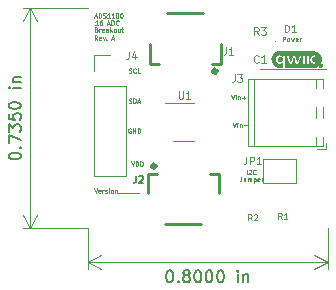
<source format=gbr>
G04 #@! TF.GenerationSoftware,KiCad,Pcbnew,(5.1.5)-3*
G04 #@! TF.CreationDate,2020-03-24T20:07:28-04:00*
G04 #@! TF.ProjectId,ADS1100,41445331-3130-4302-9e6b-696361645f70,rev?*
G04 #@! TF.SameCoordinates,Original*
G04 #@! TF.FileFunction,Legend,Top*
G04 #@! TF.FilePolarity,Positive*
%FSLAX46Y46*%
G04 Gerber Fmt 4.6, Leading zero omitted, Abs format (unit mm)*
G04 Created by KiCad (PCBNEW (5.1.5)-3) date 2020-03-24 20:07:28*
%MOMM*%
%LPD*%
G04 APERTURE LIST*
%ADD10C,0.150000*%
%ADD11C,0.120000*%
%ADD12C,0.025400*%
%ADD13C,0.010000*%
%ADD14C,0.100000*%
%ADD15C,0.398780*%
%ADD16C,0.254000*%
%ADD17C,0.076200*%
%ADD18C,0.127000*%
G04 APERTURE END LIST*
D10*
X201483980Y-53490404D02*
X201483980Y-53395166D01*
X201531600Y-53299928D01*
X201579219Y-53252309D01*
X201674457Y-53204690D01*
X201864933Y-53157071D01*
X202103028Y-53157071D01*
X202293504Y-53204690D01*
X202388742Y-53252309D01*
X202436361Y-53299928D01*
X202483980Y-53395166D01*
X202483980Y-53490404D01*
X202436361Y-53585642D01*
X202388742Y-53633261D01*
X202293504Y-53680880D01*
X202103028Y-53728500D01*
X201864933Y-53728500D01*
X201674457Y-53680880D01*
X201579219Y-53633261D01*
X201531600Y-53585642D01*
X201483980Y-53490404D01*
X202388742Y-52728500D02*
X202436361Y-52680880D01*
X202483980Y-52728500D01*
X202436361Y-52776119D01*
X202388742Y-52728500D01*
X202483980Y-52728500D01*
X201483980Y-52347547D02*
X201483980Y-51680880D01*
X202483980Y-52109452D01*
X201483980Y-51395166D02*
X201483980Y-50776119D01*
X201864933Y-51109452D01*
X201864933Y-50966595D01*
X201912552Y-50871357D01*
X201960171Y-50823738D01*
X202055409Y-50776119D01*
X202293504Y-50776119D01*
X202388742Y-50823738D01*
X202436361Y-50871357D01*
X202483980Y-50966595D01*
X202483980Y-51252309D01*
X202436361Y-51347547D01*
X202388742Y-51395166D01*
X201483980Y-49871357D02*
X201483980Y-50347547D01*
X201960171Y-50395166D01*
X201912552Y-50347547D01*
X201864933Y-50252309D01*
X201864933Y-50014214D01*
X201912552Y-49918976D01*
X201960171Y-49871357D01*
X202055409Y-49823738D01*
X202293504Y-49823738D01*
X202388742Y-49871357D01*
X202436361Y-49918976D01*
X202483980Y-50014214D01*
X202483980Y-50252309D01*
X202436361Y-50347547D01*
X202388742Y-50395166D01*
X201483980Y-49204690D02*
X201483980Y-49109452D01*
X201531600Y-49014214D01*
X201579219Y-48966595D01*
X201674457Y-48918976D01*
X201864933Y-48871357D01*
X202103028Y-48871357D01*
X202293504Y-48918976D01*
X202388742Y-48966595D01*
X202436361Y-49014214D01*
X202483980Y-49109452D01*
X202483980Y-49204690D01*
X202436361Y-49299928D01*
X202388742Y-49347547D01*
X202293504Y-49395166D01*
X202103028Y-49442785D01*
X201864933Y-49442785D01*
X201674457Y-49395166D01*
X201579219Y-49347547D01*
X201531600Y-49299928D01*
X201483980Y-49204690D01*
X202483980Y-47680880D02*
X201817314Y-47680880D01*
X201483980Y-47680880D02*
X201531600Y-47728500D01*
X201579219Y-47680880D01*
X201531600Y-47633261D01*
X201483980Y-47680880D01*
X201579219Y-47680880D01*
X201817314Y-47204690D02*
X202483980Y-47204690D01*
X201912552Y-47204690D02*
X201864933Y-47157071D01*
X201817314Y-47061833D01*
X201817314Y-46918976D01*
X201864933Y-46823738D01*
X201960171Y-46776119D01*
X202483980Y-46776119D01*
D11*
X203301600Y-59563000D02*
X203301600Y-40894000D01*
X208153000Y-59563000D02*
X202715179Y-59563000D01*
X208153000Y-40894000D02*
X202715179Y-40894000D01*
X203301600Y-40894000D02*
X203888021Y-42020504D01*
X203301600Y-40894000D02*
X202715179Y-42020504D01*
X203301600Y-59563000D02*
X203888021Y-58436496D01*
X203301600Y-59563000D02*
X202715179Y-58436496D01*
D10*
X215051095Y-63130180D02*
X215146333Y-63130180D01*
X215241571Y-63177800D01*
X215289190Y-63225419D01*
X215336809Y-63320657D01*
X215384428Y-63511133D01*
X215384428Y-63749228D01*
X215336809Y-63939704D01*
X215289190Y-64034942D01*
X215241571Y-64082561D01*
X215146333Y-64130180D01*
X215051095Y-64130180D01*
X214955857Y-64082561D01*
X214908238Y-64034942D01*
X214860619Y-63939704D01*
X214813000Y-63749228D01*
X214813000Y-63511133D01*
X214860619Y-63320657D01*
X214908238Y-63225419D01*
X214955857Y-63177800D01*
X215051095Y-63130180D01*
X215813000Y-64034942D02*
X215860619Y-64082561D01*
X215813000Y-64130180D01*
X215765380Y-64082561D01*
X215813000Y-64034942D01*
X215813000Y-64130180D01*
X216432047Y-63558752D02*
X216336809Y-63511133D01*
X216289190Y-63463514D01*
X216241571Y-63368276D01*
X216241571Y-63320657D01*
X216289190Y-63225419D01*
X216336809Y-63177800D01*
X216432047Y-63130180D01*
X216622523Y-63130180D01*
X216717761Y-63177800D01*
X216765380Y-63225419D01*
X216813000Y-63320657D01*
X216813000Y-63368276D01*
X216765380Y-63463514D01*
X216717761Y-63511133D01*
X216622523Y-63558752D01*
X216432047Y-63558752D01*
X216336809Y-63606371D01*
X216289190Y-63653990D01*
X216241571Y-63749228D01*
X216241571Y-63939704D01*
X216289190Y-64034942D01*
X216336809Y-64082561D01*
X216432047Y-64130180D01*
X216622523Y-64130180D01*
X216717761Y-64082561D01*
X216765380Y-64034942D01*
X216813000Y-63939704D01*
X216813000Y-63749228D01*
X216765380Y-63653990D01*
X216717761Y-63606371D01*
X216622523Y-63558752D01*
X217432047Y-63130180D02*
X217527285Y-63130180D01*
X217622523Y-63177800D01*
X217670142Y-63225419D01*
X217717761Y-63320657D01*
X217765380Y-63511133D01*
X217765380Y-63749228D01*
X217717761Y-63939704D01*
X217670142Y-64034942D01*
X217622523Y-64082561D01*
X217527285Y-64130180D01*
X217432047Y-64130180D01*
X217336809Y-64082561D01*
X217289190Y-64034942D01*
X217241571Y-63939704D01*
X217193952Y-63749228D01*
X217193952Y-63511133D01*
X217241571Y-63320657D01*
X217289190Y-63225419D01*
X217336809Y-63177800D01*
X217432047Y-63130180D01*
X218384428Y-63130180D02*
X218479666Y-63130180D01*
X218574904Y-63177800D01*
X218622523Y-63225419D01*
X218670142Y-63320657D01*
X218717761Y-63511133D01*
X218717761Y-63749228D01*
X218670142Y-63939704D01*
X218622523Y-64034942D01*
X218574904Y-64082561D01*
X218479666Y-64130180D01*
X218384428Y-64130180D01*
X218289190Y-64082561D01*
X218241571Y-64034942D01*
X218193952Y-63939704D01*
X218146333Y-63749228D01*
X218146333Y-63511133D01*
X218193952Y-63320657D01*
X218241571Y-63225419D01*
X218289190Y-63177800D01*
X218384428Y-63130180D01*
X219336809Y-63130180D02*
X219432047Y-63130180D01*
X219527285Y-63177800D01*
X219574904Y-63225419D01*
X219622523Y-63320657D01*
X219670142Y-63511133D01*
X219670142Y-63749228D01*
X219622523Y-63939704D01*
X219574904Y-64034942D01*
X219527285Y-64082561D01*
X219432047Y-64130180D01*
X219336809Y-64130180D01*
X219241571Y-64082561D01*
X219193952Y-64034942D01*
X219146333Y-63939704D01*
X219098714Y-63749228D01*
X219098714Y-63511133D01*
X219146333Y-63320657D01*
X219193952Y-63225419D01*
X219241571Y-63177800D01*
X219336809Y-63130180D01*
X220860619Y-64130180D02*
X220860619Y-63463514D01*
X220860619Y-63130180D02*
X220813000Y-63177800D01*
X220860619Y-63225419D01*
X220908238Y-63177800D01*
X220860619Y-63130180D01*
X220860619Y-63225419D01*
X221336809Y-63463514D02*
X221336809Y-64130180D01*
X221336809Y-63558752D02*
X221384428Y-63511133D01*
X221479666Y-63463514D01*
X221622523Y-63463514D01*
X221717761Y-63511133D01*
X221765380Y-63606371D01*
X221765380Y-64130180D01*
D11*
X208153000Y-62407800D02*
X228473000Y-62407800D01*
X208153000Y-59563000D02*
X208153000Y-62994221D01*
X228473000Y-59563000D02*
X228473000Y-62994221D01*
X228473000Y-62407800D02*
X227346496Y-62994221D01*
X228473000Y-62407800D02*
X227346496Y-61821379D01*
X208153000Y-62407800D02*
X209279504Y-62994221D01*
X208153000Y-62407800D02*
X209279504Y-61821379D01*
X228346000Y-46101000D02*
X222758000Y-46101000D01*
D12*
X208960357Y-43606357D02*
X208833357Y-43424928D01*
X208742642Y-43606357D02*
X208742642Y-43225357D01*
X208887785Y-43225357D01*
X208924071Y-43243500D01*
X208942214Y-43261642D01*
X208960357Y-43297928D01*
X208960357Y-43352357D01*
X208942214Y-43388642D01*
X208924071Y-43406785D01*
X208887785Y-43424928D01*
X208742642Y-43424928D01*
X209268785Y-43588214D02*
X209232500Y-43606357D01*
X209159928Y-43606357D01*
X209123642Y-43588214D01*
X209105500Y-43551928D01*
X209105500Y-43406785D01*
X209123642Y-43370500D01*
X209159928Y-43352357D01*
X209232500Y-43352357D01*
X209268785Y-43370500D01*
X209286928Y-43406785D01*
X209286928Y-43443071D01*
X209105500Y-43479357D01*
X209413928Y-43352357D02*
X209504642Y-43606357D01*
X209595357Y-43352357D01*
X209740500Y-43570071D02*
X209758642Y-43588214D01*
X209740500Y-43606357D01*
X209722357Y-43588214D01*
X209740500Y-43570071D01*
X209740500Y-43606357D01*
X210194071Y-43497500D02*
X210375500Y-43497500D01*
X210157785Y-43606357D02*
X210284785Y-43225357D01*
X210411785Y-43606357D01*
X208697285Y-56179357D02*
X208824285Y-56560357D01*
X208951285Y-56179357D01*
X209223428Y-56542214D02*
X209187142Y-56560357D01*
X209114571Y-56560357D01*
X209078285Y-56542214D01*
X209060142Y-56505928D01*
X209060142Y-56360785D01*
X209078285Y-56324500D01*
X209114571Y-56306357D01*
X209187142Y-56306357D01*
X209223428Y-56324500D01*
X209241571Y-56360785D01*
X209241571Y-56397071D01*
X209060142Y-56433357D01*
X209404857Y-56560357D02*
X209404857Y-56306357D01*
X209404857Y-56378928D02*
X209423000Y-56342642D01*
X209441142Y-56324500D01*
X209477428Y-56306357D01*
X209513714Y-56306357D01*
X209622571Y-56542214D02*
X209658857Y-56560357D01*
X209731428Y-56560357D01*
X209767714Y-56542214D01*
X209785857Y-56505928D01*
X209785857Y-56487785D01*
X209767714Y-56451500D01*
X209731428Y-56433357D01*
X209677000Y-56433357D01*
X209640714Y-56415214D01*
X209622571Y-56378928D01*
X209622571Y-56360785D01*
X209640714Y-56324500D01*
X209677000Y-56306357D01*
X209731428Y-56306357D01*
X209767714Y-56324500D01*
X209949142Y-56560357D02*
X209949142Y-56306357D01*
X209949142Y-56179357D02*
X209931000Y-56197500D01*
X209949142Y-56215642D01*
X209967285Y-56197500D01*
X209949142Y-56179357D01*
X209949142Y-56215642D01*
X210185000Y-56560357D02*
X210148714Y-56542214D01*
X210130571Y-56524071D01*
X210112428Y-56487785D01*
X210112428Y-56378928D01*
X210130571Y-56342642D01*
X210148714Y-56324500D01*
X210185000Y-56306357D01*
X210239428Y-56306357D01*
X210275714Y-56324500D01*
X210293857Y-56342642D01*
X210312000Y-56378928D01*
X210312000Y-56487785D01*
X210293857Y-56524071D01*
X210275714Y-56542214D01*
X210239428Y-56560357D01*
X210185000Y-56560357D01*
X210475285Y-56306357D02*
X210475285Y-56560357D01*
X210475285Y-56342642D02*
X210493428Y-56324500D01*
X210529714Y-56306357D01*
X210584142Y-56306357D01*
X210620428Y-56324500D01*
X210638571Y-56360785D01*
X210638571Y-56560357D01*
X210729285Y-56596642D02*
X211019571Y-56596642D01*
X211019571Y-56596642D02*
X211309857Y-56596642D01*
X211309857Y-56596642D02*
X211600142Y-56596642D01*
X211600142Y-56596642D02*
X211890428Y-56596642D01*
X211890428Y-56596642D02*
X212180714Y-56596642D01*
X212180714Y-56596642D02*
X212471000Y-56596642D01*
X220455671Y-50614217D02*
X220582671Y-50995217D01*
X220709671Y-50614217D01*
X220836671Y-50995217D02*
X220836671Y-50741217D01*
X220836671Y-50614217D02*
X220818528Y-50632360D01*
X220836671Y-50650502D01*
X220854814Y-50632360D01*
X220836671Y-50614217D01*
X220836671Y-50650502D01*
X221018100Y-50741217D02*
X221018100Y-50995217D01*
X221018100Y-50777502D02*
X221036242Y-50759360D01*
X221072528Y-50741217D01*
X221126957Y-50741217D01*
X221163242Y-50759360D01*
X221181385Y-50795645D01*
X221181385Y-50995217D01*
X221362814Y-50850074D02*
X221653100Y-50850074D01*
X220303271Y-48279957D02*
X220430271Y-48660957D01*
X220557271Y-48279957D01*
X220684271Y-48660957D02*
X220684271Y-48406957D01*
X220684271Y-48279957D02*
X220666128Y-48298100D01*
X220684271Y-48316242D01*
X220702414Y-48298100D01*
X220684271Y-48279957D01*
X220684271Y-48316242D01*
X220865700Y-48406957D02*
X220865700Y-48660957D01*
X220865700Y-48443242D02*
X220883842Y-48425100D01*
X220920128Y-48406957D01*
X220974557Y-48406957D01*
X221010842Y-48425100D01*
X221028985Y-48461385D01*
X221028985Y-48660957D01*
X221210414Y-48515814D02*
X221500700Y-48515814D01*
X221355557Y-48660957D02*
X221355557Y-48370671D01*
X224672071Y-43733357D02*
X224672071Y-43352357D01*
X224817214Y-43352357D01*
X224853500Y-43370500D01*
X224871642Y-43388642D01*
X224889785Y-43424928D01*
X224889785Y-43479357D01*
X224871642Y-43515642D01*
X224853500Y-43533785D01*
X224817214Y-43551928D01*
X224672071Y-43551928D01*
X225107500Y-43733357D02*
X225071214Y-43715214D01*
X225053071Y-43697071D01*
X225034928Y-43660785D01*
X225034928Y-43551928D01*
X225053071Y-43515642D01*
X225071214Y-43497500D01*
X225107500Y-43479357D01*
X225161928Y-43479357D01*
X225198214Y-43497500D01*
X225216357Y-43515642D01*
X225234500Y-43551928D01*
X225234500Y-43660785D01*
X225216357Y-43697071D01*
X225198214Y-43715214D01*
X225161928Y-43733357D01*
X225107500Y-43733357D01*
X225361500Y-43479357D02*
X225434071Y-43733357D01*
X225506642Y-43551928D01*
X225579214Y-43733357D01*
X225651785Y-43479357D01*
X225942071Y-43715214D02*
X225905785Y-43733357D01*
X225833214Y-43733357D01*
X225796928Y-43715214D01*
X225778785Y-43678928D01*
X225778785Y-43533785D01*
X225796928Y-43497500D01*
X225833214Y-43479357D01*
X225905785Y-43479357D01*
X225942071Y-43497500D01*
X225960214Y-43533785D01*
X225960214Y-43570071D01*
X225778785Y-43606357D01*
X226123500Y-43733357D02*
X226123500Y-43479357D01*
X226123500Y-43551928D02*
X226141642Y-43515642D01*
X226159785Y-43497500D01*
X226196071Y-43479357D01*
X226232357Y-43479357D01*
X208742642Y-41630600D02*
X208924071Y-41630600D01*
X208706357Y-41739457D02*
X208833357Y-41358457D01*
X208960357Y-41739457D01*
X209087357Y-41739457D02*
X209087357Y-41358457D01*
X209178071Y-41358457D01*
X209232500Y-41376600D01*
X209268785Y-41412885D01*
X209286928Y-41449171D01*
X209305071Y-41521742D01*
X209305071Y-41576171D01*
X209286928Y-41648742D01*
X209268785Y-41685028D01*
X209232500Y-41721314D01*
X209178071Y-41739457D01*
X209087357Y-41739457D01*
X209450214Y-41721314D02*
X209504642Y-41739457D01*
X209595357Y-41739457D01*
X209631642Y-41721314D01*
X209649785Y-41703171D01*
X209667928Y-41666885D01*
X209667928Y-41630600D01*
X209649785Y-41594314D01*
X209631642Y-41576171D01*
X209595357Y-41558028D01*
X209522785Y-41539885D01*
X209486500Y-41521742D01*
X209468357Y-41503600D01*
X209450214Y-41467314D01*
X209450214Y-41431028D01*
X209468357Y-41394742D01*
X209486500Y-41376600D01*
X209522785Y-41358457D01*
X209613500Y-41358457D01*
X209667928Y-41376600D01*
X210030785Y-41739457D02*
X209813071Y-41739457D01*
X209921928Y-41739457D02*
X209921928Y-41358457D01*
X209885642Y-41412885D01*
X209849357Y-41449171D01*
X209813071Y-41467314D01*
X210393642Y-41739457D02*
X210175928Y-41739457D01*
X210284785Y-41739457D02*
X210284785Y-41358457D01*
X210248500Y-41412885D01*
X210212214Y-41449171D01*
X210175928Y-41467314D01*
X210629500Y-41358457D02*
X210665785Y-41358457D01*
X210702071Y-41376600D01*
X210720214Y-41394742D01*
X210738357Y-41431028D01*
X210756500Y-41503600D01*
X210756500Y-41594314D01*
X210738357Y-41666885D01*
X210720214Y-41703171D01*
X210702071Y-41721314D01*
X210665785Y-41739457D01*
X210629500Y-41739457D01*
X210593214Y-41721314D01*
X210575071Y-41703171D01*
X210556928Y-41666885D01*
X210538785Y-41594314D01*
X210538785Y-41503600D01*
X210556928Y-41431028D01*
X210575071Y-41394742D01*
X210593214Y-41376600D01*
X210629500Y-41358457D01*
X210992357Y-41358457D02*
X211028642Y-41358457D01*
X211064928Y-41376600D01*
X211083071Y-41394742D01*
X211101214Y-41431028D01*
X211119357Y-41503600D01*
X211119357Y-41594314D01*
X211101214Y-41666885D01*
X211083071Y-41703171D01*
X211064928Y-41721314D01*
X211028642Y-41739457D01*
X210992357Y-41739457D01*
X210956071Y-41721314D01*
X210937928Y-41703171D01*
X210919785Y-41666885D01*
X210901642Y-41594314D01*
X210901642Y-41503600D01*
X210919785Y-41431028D01*
X210937928Y-41394742D01*
X210956071Y-41376600D01*
X210992357Y-41358457D01*
X209023857Y-42336357D02*
X208806142Y-42336357D01*
X208915000Y-42336357D02*
X208915000Y-41955357D01*
X208878714Y-42009785D01*
X208842428Y-42046071D01*
X208806142Y-42064214D01*
X209350428Y-41955357D02*
X209277857Y-41955357D01*
X209241571Y-41973500D01*
X209223428Y-41991642D01*
X209187142Y-42046071D01*
X209169000Y-42118642D01*
X209169000Y-42263785D01*
X209187142Y-42300071D01*
X209205285Y-42318214D01*
X209241571Y-42336357D01*
X209314142Y-42336357D01*
X209350428Y-42318214D01*
X209368571Y-42300071D01*
X209386714Y-42263785D01*
X209386714Y-42173071D01*
X209368571Y-42136785D01*
X209350428Y-42118642D01*
X209314142Y-42100500D01*
X209241571Y-42100500D01*
X209205285Y-42118642D01*
X209187142Y-42136785D01*
X209169000Y-42173071D01*
X209822142Y-42227500D02*
X210003571Y-42227500D01*
X209785857Y-42336357D02*
X209912857Y-41955357D01*
X210039857Y-42336357D01*
X210166857Y-42336357D02*
X210166857Y-41955357D01*
X210257571Y-41955357D01*
X210312000Y-41973500D01*
X210348285Y-42009785D01*
X210366428Y-42046071D01*
X210384571Y-42118642D01*
X210384571Y-42173071D01*
X210366428Y-42245642D01*
X210348285Y-42281928D01*
X210312000Y-42318214D01*
X210257571Y-42336357D01*
X210166857Y-42336357D01*
X210765571Y-42300071D02*
X210747428Y-42318214D01*
X210693000Y-42336357D01*
X210656714Y-42336357D01*
X210602285Y-42318214D01*
X210566000Y-42281928D01*
X210547857Y-42245642D01*
X210529714Y-42173071D01*
X210529714Y-42118642D01*
X210547857Y-42046071D01*
X210566000Y-42009785D01*
X210602285Y-41973500D01*
X210656714Y-41955357D01*
X210693000Y-41955357D01*
X210747428Y-41973500D01*
X210765571Y-41991642D01*
X208896857Y-42733685D02*
X208951285Y-42751828D01*
X208969428Y-42769971D01*
X208987571Y-42806257D01*
X208987571Y-42860685D01*
X208969428Y-42896971D01*
X208951285Y-42915114D01*
X208915000Y-42933257D01*
X208769857Y-42933257D01*
X208769857Y-42552257D01*
X208896857Y-42552257D01*
X208933142Y-42570400D01*
X208951285Y-42588542D01*
X208969428Y-42624828D01*
X208969428Y-42661114D01*
X208951285Y-42697400D01*
X208933142Y-42715542D01*
X208896857Y-42733685D01*
X208769857Y-42733685D01*
X209150857Y-42933257D02*
X209150857Y-42679257D01*
X209150857Y-42751828D02*
X209169000Y-42715542D01*
X209187142Y-42697400D01*
X209223428Y-42679257D01*
X209259714Y-42679257D01*
X209531857Y-42915114D02*
X209495571Y-42933257D01*
X209423000Y-42933257D01*
X209386714Y-42915114D01*
X209368571Y-42878828D01*
X209368571Y-42733685D01*
X209386714Y-42697400D01*
X209423000Y-42679257D01*
X209495571Y-42679257D01*
X209531857Y-42697400D01*
X209550000Y-42733685D01*
X209550000Y-42769971D01*
X209368571Y-42806257D01*
X209876571Y-42933257D02*
X209876571Y-42733685D01*
X209858428Y-42697400D01*
X209822142Y-42679257D01*
X209749571Y-42679257D01*
X209713285Y-42697400D01*
X209876571Y-42915114D02*
X209840285Y-42933257D01*
X209749571Y-42933257D01*
X209713285Y-42915114D01*
X209695142Y-42878828D01*
X209695142Y-42842542D01*
X209713285Y-42806257D01*
X209749571Y-42788114D01*
X209840285Y-42788114D01*
X209876571Y-42769971D01*
X210058000Y-42933257D02*
X210058000Y-42552257D01*
X210094285Y-42788114D02*
X210203142Y-42933257D01*
X210203142Y-42679257D02*
X210058000Y-42824400D01*
X210420857Y-42933257D02*
X210384571Y-42915114D01*
X210366428Y-42896971D01*
X210348285Y-42860685D01*
X210348285Y-42751828D01*
X210366428Y-42715542D01*
X210384571Y-42697400D01*
X210420857Y-42679257D01*
X210475285Y-42679257D01*
X210511571Y-42697400D01*
X210529714Y-42715542D01*
X210547857Y-42751828D01*
X210547857Y-42860685D01*
X210529714Y-42896971D01*
X210511571Y-42915114D01*
X210475285Y-42933257D01*
X210420857Y-42933257D01*
X210874428Y-42679257D02*
X210874428Y-42933257D01*
X210711142Y-42679257D02*
X210711142Y-42878828D01*
X210729285Y-42915114D01*
X210765571Y-42933257D01*
X210820000Y-42933257D01*
X210856285Y-42915114D01*
X210874428Y-42896971D01*
X211001428Y-42679257D02*
X211146571Y-42679257D01*
X211055857Y-42552257D02*
X211055857Y-42878828D01*
X211074000Y-42915114D01*
X211110285Y-42933257D01*
X211146571Y-42933257D01*
X211636428Y-46382214D02*
X211690857Y-46400357D01*
X211781571Y-46400357D01*
X211817857Y-46382214D01*
X211836000Y-46364071D01*
X211854142Y-46327785D01*
X211854142Y-46291500D01*
X211836000Y-46255214D01*
X211817857Y-46237071D01*
X211781571Y-46218928D01*
X211709000Y-46200785D01*
X211672714Y-46182642D01*
X211654571Y-46164500D01*
X211636428Y-46128214D01*
X211636428Y-46091928D01*
X211654571Y-46055642D01*
X211672714Y-46037500D01*
X211709000Y-46019357D01*
X211799714Y-46019357D01*
X211854142Y-46037500D01*
X212235142Y-46364071D02*
X212217000Y-46382214D01*
X212162571Y-46400357D01*
X212126285Y-46400357D01*
X212071857Y-46382214D01*
X212035571Y-46345928D01*
X212017428Y-46309642D01*
X211999285Y-46237071D01*
X211999285Y-46182642D01*
X212017428Y-46110071D01*
X212035571Y-46073785D01*
X212071857Y-46037500D01*
X212126285Y-46019357D01*
X212162571Y-46019357D01*
X212217000Y-46037500D01*
X212235142Y-46055642D01*
X212579857Y-46400357D02*
X212398428Y-46400357D01*
X212398428Y-46019357D01*
X211627357Y-48922214D02*
X211681785Y-48940357D01*
X211772500Y-48940357D01*
X211808785Y-48922214D01*
X211826928Y-48904071D01*
X211845071Y-48867785D01*
X211845071Y-48831500D01*
X211826928Y-48795214D01*
X211808785Y-48777071D01*
X211772500Y-48758928D01*
X211699928Y-48740785D01*
X211663642Y-48722642D01*
X211645500Y-48704500D01*
X211627357Y-48668214D01*
X211627357Y-48631928D01*
X211645500Y-48595642D01*
X211663642Y-48577500D01*
X211699928Y-48559357D01*
X211790642Y-48559357D01*
X211845071Y-48577500D01*
X212008357Y-48940357D02*
X212008357Y-48559357D01*
X212099071Y-48559357D01*
X212153500Y-48577500D01*
X212189785Y-48613785D01*
X212207928Y-48650071D01*
X212226071Y-48722642D01*
X212226071Y-48777071D01*
X212207928Y-48849642D01*
X212189785Y-48885928D01*
X212153500Y-48922214D01*
X212099071Y-48940357D01*
X212008357Y-48940357D01*
X212371214Y-48831500D02*
X212552642Y-48831500D01*
X212334928Y-48940357D02*
X212461928Y-48559357D01*
X212588928Y-48940357D01*
X211799714Y-51117500D02*
X211763428Y-51099357D01*
X211709000Y-51099357D01*
X211654571Y-51117500D01*
X211618285Y-51153785D01*
X211600142Y-51190071D01*
X211582000Y-51262642D01*
X211582000Y-51317071D01*
X211600142Y-51389642D01*
X211618285Y-51425928D01*
X211654571Y-51462214D01*
X211709000Y-51480357D01*
X211745285Y-51480357D01*
X211799714Y-51462214D01*
X211817857Y-51444071D01*
X211817857Y-51317071D01*
X211745285Y-51317071D01*
X211981142Y-51480357D02*
X211981142Y-51099357D01*
X212198857Y-51480357D01*
X212198857Y-51099357D01*
X212380285Y-51480357D02*
X212380285Y-51099357D01*
X212471000Y-51099357D01*
X212525428Y-51117500D01*
X212561714Y-51153785D01*
X212579857Y-51190071D01*
X212598000Y-51262642D01*
X212598000Y-51317071D01*
X212579857Y-51389642D01*
X212561714Y-51425928D01*
X212525428Y-51462214D01*
X212471000Y-51480357D01*
X212380285Y-51480357D01*
X211836000Y-53893357D02*
X211963000Y-54274357D01*
X212090000Y-53893357D01*
X212217000Y-54274357D02*
X212217000Y-53893357D01*
X212307714Y-53893357D01*
X212362142Y-53911500D01*
X212398428Y-53947785D01*
X212416571Y-53984071D01*
X212434714Y-54056642D01*
X212434714Y-54111071D01*
X212416571Y-54183642D01*
X212398428Y-54219928D01*
X212362142Y-54256214D01*
X212307714Y-54274357D01*
X212217000Y-54274357D01*
X212598000Y-54274357D02*
X212598000Y-53893357D01*
X212688714Y-53893357D01*
X212743142Y-53911500D01*
X212779428Y-53947785D01*
X212797571Y-53984071D01*
X212815714Y-54056642D01*
X212815714Y-54111071D01*
X212797571Y-54183642D01*
X212779428Y-54219928D01*
X212743142Y-54256214D01*
X212688714Y-54274357D01*
X212598000Y-54274357D01*
X221624071Y-54991907D02*
X221624071Y-54610907D01*
X221787357Y-54647192D02*
X221805500Y-54629050D01*
X221841785Y-54610907D01*
X221932500Y-54610907D01*
X221968785Y-54629050D01*
X221986928Y-54647192D01*
X222005071Y-54683478D01*
X222005071Y-54719764D01*
X221986928Y-54774192D01*
X221769214Y-54991907D01*
X222005071Y-54991907D01*
X222386071Y-54955621D02*
X222367928Y-54973764D01*
X222313500Y-54991907D01*
X222277214Y-54991907D01*
X222222785Y-54973764D01*
X222186500Y-54937478D01*
X222168357Y-54901192D01*
X222150214Y-54828621D01*
X222150214Y-54774192D01*
X222168357Y-54701621D01*
X222186500Y-54665335D01*
X222222785Y-54629050D01*
X222277214Y-54610907D01*
X222313500Y-54610907D01*
X222367928Y-54629050D01*
X222386071Y-54647192D01*
X221170500Y-55207807D02*
X221170500Y-55479950D01*
X221152357Y-55534378D01*
X221116071Y-55570664D01*
X221061642Y-55588807D01*
X221025357Y-55588807D01*
X221515214Y-55334807D02*
X221515214Y-55588807D01*
X221351928Y-55334807D02*
X221351928Y-55534378D01*
X221370071Y-55570664D01*
X221406357Y-55588807D01*
X221460785Y-55588807D01*
X221497071Y-55570664D01*
X221515214Y-55552521D01*
X221696642Y-55588807D02*
X221696642Y-55334807D01*
X221696642Y-55371092D02*
X221714785Y-55352950D01*
X221751071Y-55334807D01*
X221805500Y-55334807D01*
X221841785Y-55352950D01*
X221859928Y-55389235D01*
X221859928Y-55588807D01*
X221859928Y-55389235D02*
X221878071Y-55352950D01*
X221914357Y-55334807D01*
X221968785Y-55334807D01*
X222005071Y-55352950D01*
X222023214Y-55389235D01*
X222023214Y-55588807D01*
X222204642Y-55334807D02*
X222204642Y-55715807D01*
X222204642Y-55352950D02*
X222240928Y-55334807D01*
X222313500Y-55334807D01*
X222349785Y-55352950D01*
X222367928Y-55371092D01*
X222386071Y-55407378D01*
X222386071Y-55516235D01*
X222367928Y-55552521D01*
X222349785Y-55570664D01*
X222313500Y-55588807D01*
X222240928Y-55588807D01*
X222204642Y-55570664D01*
X222694500Y-55570664D02*
X222658214Y-55588807D01*
X222585642Y-55588807D01*
X222549357Y-55570664D01*
X222531214Y-55534378D01*
X222531214Y-55389235D01*
X222549357Y-55352950D01*
X222585642Y-55334807D01*
X222658214Y-55334807D01*
X222694500Y-55352950D01*
X222712642Y-55389235D01*
X222712642Y-55425521D01*
X222531214Y-55461807D01*
X222875928Y-55588807D02*
X222875928Y-55334807D01*
X222875928Y-55407378D02*
X222894071Y-55371092D01*
X222912214Y-55352950D01*
X222948500Y-55334807D01*
X222984785Y-55334807D01*
D11*
X208728000Y-44898000D02*
X210058000Y-44898000D01*
X208728000Y-46228000D02*
X208728000Y-44898000D01*
X208728000Y-47498000D02*
X211388000Y-47498000D01*
X211388000Y-47498000D02*
X211388000Y-55178000D01*
X208728000Y-47498000D02*
X208728000Y-55178000D01*
X208728000Y-55178000D02*
X211388000Y-55178000D01*
D13*
G36*
X227841810Y-45714948D02*
G01*
X227868917Y-45716746D01*
X227891079Y-45721707D01*
X227906366Y-45729273D01*
X227911600Y-45735128D01*
X227916437Y-45752089D01*
X227915705Y-45770892D01*
X227909831Y-45786939D01*
X227906377Y-45791322D01*
X227899653Y-45798922D01*
X227899173Y-45805036D01*
X227904775Y-45814338D01*
X227905545Y-45815452D01*
X227915181Y-45829775D01*
X227918941Y-45837694D01*
X227916807Y-45841104D01*
X227908760Y-45841905D01*
X227905280Y-45841920D01*
X227893007Y-45840414D01*
X227885166Y-45834034D01*
X227879663Y-45824140D01*
X227872230Y-45811961D01*
X227863438Y-45806997D01*
X227855862Y-45806360D01*
X227845569Y-45807342D01*
X227841347Y-45812347D01*
X227840540Y-45824140D01*
X227839591Y-45836163D01*
X227835321Y-45841086D01*
X227827840Y-45841920D01*
X227815140Y-45841920D01*
X227815140Y-45781544D01*
X227840540Y-45781544D01*
X227861612Y-45779982D01*
X227878796Y-45776408D01*
X227888256Y-45769530D01*
X227891192Y-45757868D01*
X227885076Y-45748529D01*
X227870940Y-45742606D01*
X227861612Y-45741297D01*
X227840540Y-45739735D01*
X227840540Y-45781544D01*
X227815140Y-45781544D01*
X227815140Y-45714920D01*
X227841810Y-45714948D01*
G37*
X227841810Y-45714948D02*
X227868917Y-45716746D01*
X227891079Y-45721707D01*
X227906366Y-45729273D01*
X227911600Y-45735128D01*
X227916437Y-45752089D01*
X227915705Y-45770892D01*
X227909831Y-45786939D01*
X227906377Y-45791322D01*
X227899653Y-45798922D01*
X227899173Y-45805036D01*
X227904775Y-45814338D01*
X227905545Y-45815452D01*
X227915181Y-45829775D01*
X227918941Y-45837694D01*
X227916807Y-45841104D01*
X227908760Y-45841905D01*
X227905280Y-45841920D01*
X227893007Y-45840414D01*
X227885166Y-45834034D01*
X227879663Y-45824140D01*
X227872230Y-45811961D01*
X227863438Y-45806997D01*
X227855862Y-45806360D01*
X227845569Y-45807342D01*
X227841347Y-45812347D01*
X227840540Y-45824140D01*
X227839591Y-45836163D01*
X227835321Y-45841086D01*
X227827840Y-45841920D01*
X227815140Y-45841920D01*
X227815140Y-45781544D01*
X227840540Y-45781544D01*
X227861612Y-45779982D01*
X227878796Y-45776408D01*
X227888256Y-45769530D01*
X227891192Y-45757868D01*
X227885076Y-45748529D01*
X227870940Y-45742606D01*
X227861612Y-45741297D01*
X227840540Y-45739735D01*
X227840540Y-45781544D01*
X227815140Y-45781544D01*
X227815140Y-45714920D01*
X227841810Y-45714948D01*
G36*
X224469593Y-45057858D02*
G01*
X224501869Y-45068474D01*
X224531142Y-45087269D01*
X224538791Y-45093810D01*
X224564953Y-45122679D01*
X224583446Y-45155813D01*
X224594620Y-45194228D01*
X224598825Y-45238940D01*
X224598299Y-45266488D01*
X224596634Y-45290804D01*
X224593969Y-45308903D01*
X224589295Y-45324727D01*
X224581603Y-45342219D01*
X224576051Y-45353329D01*
X224554266Y-45387927D01*
X224528254Y-45413657D01*
X224496974Y-45431206D01*
X224459389Y-45441262D01*
X224439919Y-45443545D01*
X224418931Y-45443393D01*
X224397307Y-45440566D01*
X224390861Y-45439029D01*
X224352027Y-45423350D01*
X224320125Y-45400319D01*
X224295313Y-45370152D01*
X224277749Y-45333071D01*
X224267592Y-45289294D01*
X224265349Y-45265147D01*
X224266126Y-45216279D01*
X224274145Y-45173965D01*
X224289714Y-45137338D01*
X224313140Y-45105528D01*
X224326288Y-45092587D01*
X224355047Y-45071880D01*
X224386855Y-45059488D01*
X224423826Y-45054648D01*
X224431860Y-45054520D01*
X224469593Y-45057858D01*
G37*
X224469593Y-45057858D02*
X224501869Y-45068474D01*
X224531142Y-45087269D01*
X224538791Y-45093810D01*
X224564953Y-45122679D01*
X224583446Y-45155813D01*
X224594620Y-45194228D01*
X224598825Y-45238940D01*
X224598299Y-45266488D01*
X224596634Y-45290804D01*
X224593969Y-45308903D01*
X224589295Y-45324727D01*
X224581603Y-45342219D01*
X224576051Y-45353329D01*
X224554266Y-45387927D01*
X224528254Y-45413657D01*
X224496974Y-45431206D01*
X224459389Y-45441262D01*
X224439919Y-45443545D01*
X224418931Y-45443393D01*
X224397307Y-45440566D01*
X224390861Y-45439029D01*
X224352027Y-45423350D01*
X224320125Y-45400319D01*
X224295313Y-45370152D01*
X224277749Y-45333071D01*
X224267592Y-45289294D01*
X224265349Y-45265147D01*
X224266126Y-45216279D01*
X224274145Y-45173965D01*
X224289714Y-45137338D01*
X224313140Y-45105528D01*
X224326288Y-45092587D01*
X224355047Y-45071880D01*
X224386855Y-45059488D01*
X224423826Y-45054648D01*
X224431860Y-45054520D01*
X224469593Y-45057858D01*
G36*
X227889932Y-45657078D02*
G01*
X227922239Y-45668126D01*
X227943742Y-45681529D01*
X227955940Y-45693532D01*
X227968750Y-45710224D01*
X227975576Y-45721248D01*
X227984026Y-45738448D01*
X227988503Y-45754112D01*
X227990129Y-45773010D01*
X227990231Y-45783500D01*
X227985566Y-45820002D01*
X227971983Y-45851741D01*
X227949771Y-45878240D01*
X227919429Y-45898920D01*
X227899241Y-45906083D01*
X227874475Y-45910339D01*
X227849322Y-45911331D01*
X227827974Y-45908707D01*
X227822760Y-45907094D01*
X227791475Y-45890405D01*
X227766411Y-45867261D01*
X227748233Y-45839274D01*
X227737602Y-45808055D01*
X227735428Y-45778531D01*
X227764233Y-45778531D01*
X227766835Y-45807018D01*
X227777367Y-45833290D01*
X227786136Y-45845366D01*
X227810392Y-45866185D01*
X227838214Y-45878532D01*
X227867770Y-45881937D01*
X227897228Y-45875928D01*
X227900323Y-45874697D01*
X227926254Y-45859058D01*
X227945623Y-45837664D01*
X227957983Y-45812374D01*
X227962887Y-45785043D01*
X227959887Y-45757530D01*
X227948537Y-45731692D01*
X227938006Y-45718264D01*
X227912961Y-45698419D01*
X227885026Y-45687549D01*
X227855907Y-45685570D01*
X227827310Y-45692398D01*
X227800942Y-45707947D01*
X227783103Y-45725970D01*
X227769632Y-45750594D01*
X227764233Y-45778531D01*
X227735428Y-45778531D01*
X227735183Y-45775217D01*
X227741638Y-45742371D01*
X227748411Y-45726428D01*
X227768535Y-45697213D01*
X227794402Y-45675291D01*
X227824360Y-45661041D01*
X227856754Y-45654843D01*
X227889932Y-45657078D01*
G37*
X227889932Y-45657078D02*
X227922239Y-45668126D01*
X227943742Y-45681529D01*
X227955940Y-45693532D01*
X227968750Y-45710224D01*
X227975576Y-45721248D01*
X227984026Y-45738448D01*
X227988503Y-45754112D01*
X227990129Y-45773010D01*
X227990231Y-45783500D01*
X227985566Y-45820002D01*
X227971983Y-45851741D01*
X227949771Y-45878240D01*
X227919429Y-45898920D01*
X227899241Y-45906083D01*
X227874475Y-45910339D01*
X227849322Y-45911331D01*
X227827974Y-45908707D01*
X227822760Y-45907094D01*
X227791475Y-45890405D01*
X227766411Y-45867261D01*
X227748233Y-45839274D01*
X227737602Y-45808055D01*
X227735428Y-45778531D01*
X227764233Y-45778531D01*
X227766835Y-45807018D01*
X227777367Y-45833290D01*
X227786136Y-45845366D01*
X227810392Y-45866185D01*
X227838214Y-45878532D01*
X227867770Y-45881937D01*
X227897228Y-45875928D01*
X227900323Y-45874697D01*
X227926254Y-45859058D01*
X227945623Y-45837664D01*
X227957983Y-45812374D01*
X227962887Y-45785043D01*
X227959887Y-45757530D01*
X227948537Y-45731692D01*
X227938006Y-45718264D01*
X227912961Y-45698419D01*
X227885026Y-45687549D01*
X227855907Y-45685570D01*
X227827310Y-45692398D01*
X227800942Y-45707947D01*
X227783103Y-45725970D01*
X227769632Y-45750594D01*
X227764233Y-45778531D01*
X227735428Y-45778531D01*
X227735183Y-45775217D01*
X227741638Y-45742371D01*
X227748411Y-45726428D01*
X227768535Y-45697213D01*
X227794402Y-45675291D01*
X227824360Y-45661041D01*
X227856754Y-45654843D01*
X227889932Y-45657078D01*
G36*
X225947961Y-44564301D02*
G01*
X226085190Y-44564307D01*
X226212958Y-44564320D01*
X226331611Y-44564341D01*
X226441500Y-44564373D01*
X226542972Y-44564419D01*
X226636377Y-44564479D01*
X226722063Y-44564557D01*
X226800379Y-44564654D01*
X226871673Y-44564773D01*
X226936295Y-44564916D01*
X226994594Y-44565084D01*
X227046917Y-44565281D01*
X227093614Y-44565507D01*
X227135033Y-44565766D01*
X227171523Y-44566059D01*
X227203434Y-44566389D01*
X227231113Y-44566757D01*
X227254909Y-44567166D01*
X227275172Y-44567618D01*
X227292250Y-44568115D01*
X227306491Y-44568659D01*
X227318244Y-44569253D01*
X227327859Y-44569898D01*
X227335684Y-44570596D01*
X227342067Y-44571351D01*
X227347357Y-44572163D01*
X227351904Y-44573035D01*
X227355400Y-44573814D01*
X227437946Y-44598018D01*
X227515125Y-44630577D01*
X227586542Y-44671191D01*
X227651802Y-44719558D01*
X227710510Y-44775375D01*
X227762272Y-44838341D01*
X227806694Y-44908153D01*
X227816803Y-44927020D01*
X227848550Y-44997013D01*
X227871182Y-45067157D01*
X227885195Y-45139504D01*
X227891080Y-45216109D01*
X227891340Y-45237170D01*
X227886781Y-45321599D01*
X227873044Y-45401710D01*
X227850040Y-45477727D01*
X227817677Y-45549875D01*
X227775865Y-45618381D01*
X227724514Y-45683468D01*
X227702574Y-45707254D01*
X227645157Y-45761280D01*
X227584539Y-45806736D01*
X227519494Y-45844305D01*
X227448794Y-45874669D01*
X227371215Y-45898509D01*
X227348790Y-45903948D01*
X227299520Y-45915279D01*
X226079050Y-45916800D01*
X224858580Y-45918322D01*
X224858580Y-44858940D01*
X224900204Y-44858940D01*
X225040682Y-45246202D01*
X225181160Y-45633465D01*
X225308498Y-45633552D01*
X225435837Y-45633640D01*
X225508657Y-45398690D01*
X225523234Y-45351800D01*
X225536974Y-45307870D01*
X225549573Y-45267855D01*
X225560727Y-45232709D01*
X225570131Y-45203389D01*
X225577480Y-45180849D01*
X225582470Y-45166043D01*
X225584795Y-45159929D01*
X225584849Y-45159853D01*
X225586954Y-45163777D01*
X225591706Y-45176517D01*
X225598810Y-45197163D01*
X225607968Y-45224807D01*
X225618884Y-45258541D01*
X225631261Y-45297455D01*
X225644803Y-45340640D01*
X225659212Y-45387189D01*
X225661550Y-45394797D01*
X225734880Y-45633627D01*
X225861910Y-45633633D01*
X225988941Y-45633640D01*
X226129880Y-45248302D01*
X226151738Y-45188504D01*
X226172557Y-45131466D01*
X226192079Y-45077908D01*
X226210042Y-45028548D01*
X226226186Y-44984106D01*
X226240250Y-44945298D01*
X226251973Y-44912845D01*
X226261096Y-44887464D01*
X226267356Y-44869874D01*
X226270495Y-44860793D01*
X226270820Y-44859682D01*
X226265969Y-44858773D01*
X226252339Y-44857960D01*
X226231307Y-44857281D01*
X226204254Y-44856772D01*
X226172558Y-44856469D01*
X226147322Y-44856400D01*
X226306380Y-44856400D01*
X226306380Y-45633640D01*
X226560380Y-45633640D01*
X226560380Y-44856400D01*
X226611180Y-44856400D01*
X226611180Y-45633640D01*
X226865180Y-45633640D01*
X226865180Y-45247560D01*
X226918534Y-45247560D01*
X226919026Y-45288248D01*
X226920842Y-45321357D01*
X226924511Y-45349433D01*
X226930564Y-45375025D01*
X226939533Y-45400682D01*
X226951946Y-45428952D01*
X226959604Y-45444849D01*
X226989443Y-45494341D01*
X227026991Y-45537336D01*
X227071763Y-45573342D01*
X227106686Y-45593891D01*
X227153412Y-45615339D01*
X227197921Y-45629993D01*
X227243564Y-45638617D01*
X227293688Y-45641976D01*
X227317300Y-45641995D01*
X227365560Y-45641260D01*
X227368306Y-45436772D01*
X227323398Y-45434625D01*
X227287090Y-45430306D01*
X227257871Y-45420638D01*
X227233705Y-45404737D01*
X227218494Y-45389175D01*
X227196926Y-45356588D01*
X227181953Y-45319197D01*
X227173521Y-45278839D01*
X227171572Y-45237351D01*
X227176050Y-45196569D01*
X227186901Y-45158330D01*
X227204067Y-45124471D01*
X227227393Y-45096919D01*
X227252073Y-45077957D01*
X227277380Y-45066276D01*
X227306600Y-45060668D01*
X227328833Y-45059711D01*
X227368306Y-45059600D01*
X227365560Y-44848780D01*
X227302060Y-44849596D01*
X227251497Y-44852171D01*
X227207087Y-44859012D01*
X227165438Y-44870904D01*
X227123159Y-44888630D01*
X227114100Y-44893059D01*
X227073273Y-44918000D01*
X227034120Y-44950401D01*
X226999157Y-44987783D01*
X226970900Y-45027667D01*
X226962880Y-45042107D01*
X226946897Y-45075378D01*
X226935108Y-45105709D01*
X226926945Y-45135730D01*
X226921840Y-45168069D01*
X226919226Y-45205357D01*
X226918534Y-45247560D01*
X226865180Y-45247560D01*
X226865180Y-44856400D01*
X226611180Y-44856400D01*
X226560380Y-44856400D01*
X226306380Y-44856400D01*
X226147322Y-44856400D01*
X226023824Y-44856400D01*
X225951050Y-45104050D01*
X225936707Y-45152761D01*
X225923071Y-45198879D01*
X225910440Y-45241412D01*
X225899111Y-45279369D01*
X225889379Y-45311761D01*
X225881543Y-45337596D01*
X225875898Y-45355884D01*
X225872741Y-45365635D01*
X225872404Y-45366552D01*
X225871278Y-45369092D01*
X225870064Y-45370551D01*
X225868582Y-45370360D01*
X225866651Y-45367945D01*
X225864090Y-45362737D01*
X225860719Y-45354163D01*
X225856356Y-45341652D01*
X225850821Y-45324633D01*
X225843933Y-45302535D01*
X225835512Y-45274786D01*
X225825376Y-45240816D01*
X225813345Y-45200051D01*
X225799238Y-45151923D01*
X225782875Y-45095858D01*
X225764075Y-45031286D01*
X225742656Y-44957635D01*
X225738332Y-44942760D01*
X225713963Y-44858940D01*
X225468849Y-44856220D01*
X225456187Y-44898220D01*
X225452081Y-44912064D01*
X225445536Y-44934418D01*
X225436915Y-44964028D01*
X225426583Y-44999640D01*
X225414902Y-45039998D01*
X225402237Y-45083847D01*
X225388952Y-45129933D01*
X225381415Y-45156120D01*
X225368411Y-45201157D01*
X225356184Y-45243181D01*
X225345034Y-45281185D01*
X225335262Y-45314161D01*
X225327166Y-45341102D01*
X225321046Y-45361001D01*
X225317203Y-45372852D01*
X225316021Y-45375827D01*
X225314006Y-45371842D01*
X225309433Y-45358983D01*
X225302575Y-45338134D01*
X225293709Y-45310180D01*
X225283110Y-45276004D01*
X225271053Y-45236488D01*
X225257815Y-45192517D01*
X225243670Y-45144975D01*
X225237330Y-45123491D01*
X225222823Y-45074322D01*
X225209103Y-45028045D01*
X225196452Y-44985587D01*
X225185148Y-44947872D01*
X225175470Y-44915830D01*
X225167698Y-44890385D01*
X225162110Y-44872466D01*
X225158986Y-44862998D01*
X225158487Y-44861783D01*
X225153066Y-44859882D01*
X225139219Y-44858509D01*
X225116547Y-44857652D01*
X225084653Y-44857298D01*
X225043136Y-44857434D01*
X225027627Y-44857580D01*
X224900204Y-44858940D01*
X224858580Y-44858940D01*
X224858580Y-44856400D01*
X224599500Y-44856400D01*
X224599500Y-44955112D01*
X224572830Y-44929113D01*
X224533184Y-44896309D01*
X224489244Y-44871653D01*
X224462340Y-44860985D01*
X224436167Y-44854561D01*
X224403196Y-44850453D01*
X224366530Y-44848706D01*
X224329274Y-44849361D01*
X224294530Y-44852462D01*
X224265404Y-44858051D01*
X224264659Y-44858255D01*
X224209339Y-44878630D01*
X224159488Y-44907457D01*
X224115589Y-44944335D01*
X224078123Y-44988865D01*
X224049505Y-45036740D01*
X224030403Y-45083816D01*
X224016536Y-45137113D01*
X224008332Y-45193899D01*
X224006221Y-45251444D01*
X224009022Y-45294595D01*
X224014531Y-45335435D01*
X224021377Y-45369604D01*
X224030535Y-45400586D01*
X224042981Y-45431864D01*
X224054191Y-45455840D01*
X224082904Y-45504043D01*
X224118640Y-45546420D01*
X224160133Y-45581684D01*
X224203260Y-45607198D01*
X224258647Y-45628531D01*
X224316897Y-45640607D01*
X224369618Y-45643800D01*
X224425288Y-45639355D01*
X224476293Y-45626104D01*
X224522309Y-45604170D01*
X224563009Y-45573678D01*
X224569414Y-45567616D01*
X224599500Y-45538177D01*
X224599500Y-45918120D01*
X224476310Y-45917266D01*
X224440700Y-45916949D01*
X224407397Y-45916522D01*
X224378101Y-45916016D01*
X224354514Y-45915464D01*
X224338337Y-45914899D01*
X224332800Y-45914557D01*
X224252886Y-45902373D01*
X224175642Y-45880985D01*
X224101838Y-45850967D01*
X224032243Y-45812890D01*
X223967629Y-45767329D01*
X223908763Y-45714856D01*
X223856418Y-45656043D01*
X223811362Y-45591463D01*
X223774366Y-45521690D01*
X223760594Y-45488860D01*
X223735682Y-45412116D01*
X223719618Y-45334336D01*
X223712627Y-45257043D01*
X223714914Y-45182014D01*
X223727581Y-45097674D01*
X223749150Y-45018207D01*
X223779703Y-44943438D01*
X223819325Y-44873194D01*
X223868098Y-44807303D01*
X223922673Y-44748878D01*
X223984496Y-44695691D01*
X224050693Y-44651323D01*
X224122030Y-44615351D01*
X224199272Y-44587352D01*
X224232348Y-44578201D01*
X224287080Y-44564300D01*
X225800920Y-44564300D01*
X225947961Y-44564301D01*
G37*
X225947961Y-44564301D02*
X226085190Y-44564307D01*
X226212958Y-44564320D01*
X226331611Y-44564341D01*
X226441500Y-44564373D01*
X226542972Y-44564419D01*
X226636377Y-44564479D01*
X226722063Y-44564557D01*
X226800379Y-44564654D01*
X226871673Y-44564773D01*
X226936295Y-44564916D01*
X226994594Y-44565084D01*
X227046917Y-44565281D01*
X227093614Y-44565507D01*
X227135033Y-44565766D01*
X227171523Y-44566059D01*
X227203434Y-44566389D01*
X227231113Y-44566757D01*
X227254909Y-44567166D01*
X227275172Y-44567618D01*
X227292250Y-44568115D01*
X227306491Y-44568659D01*
X227318244Y-44569253D01*
X227327859Y-44569898D01*
X227335684Y-44570596D01*
X227342067Y-44571351D01*
X227347357Y-44572163D01*
X227351904Y-44573035D01*
X227355400Y-44573814D01*
X227437946Y-44598018D01*
X227515125Y-44630577D01*
X227586542Y-44671191D01*
X227651802Y-44719558D01*
X227710510Y-44775375D01*
X227762272Y-44838341D01*
X227806694Y-44908153D01*
X227816803Y-44927020D01*
X227848550Y-44997013D01*
X227871182Y-45067157D01*
X227885195Y-45139504D01*
X227891080Y-45216109D01*
X227891340Y-45237170D01*
X227886781Y-45321599D01*
X227873044Y-45401710D01*
X227850040Y-45477727D01*
X227817677Y-45549875D01*
X227775865Y-45618381D01*
X227724514Y-45683468D01*
X227702574Y-45707254D01*
X227645157Y-45761280D01*
X227584539Y-45806736D01*
X227519494Y-45844305D01*
X227448794Y-45874669D01*
X227371215Y-45898509D01*
X227348790Y-45903948D01*
X227299520Y-45915279D01*
X226079050Y-45916800D01*
X224858580Y-45918322D01*
X224858580Y-44858940D01*
X224900204Y-44858940D01*
X225040682Y-45246202D01*
X225181160Y-45633465D01*
X225308498Y-45633552D01*
X225435837Y-45633640D01*
X225508657Y-45398690D01*
X225523234Y-45351800D01*
X225536974Y-45307870D01*
X225549573Y-45267855D01*
X225560727Y-45232709D01*
X225570131Y-45203389D01*
X225577480Y-45180849D01*
X225582470Y-45166043D01*
X225584795Y-45159929D01*
X225584849Y-45159853D01*
X225586954Y-45163777D01*
X225591706Y-45176517D01*
X225598810Y-45197163D01*
X225607968Y-45224807D01*
X225618884Y-45258541D01*
X225631261Y-45297455D01*
X225644803Y-45340640D01*
X225659212Y-45387189D01*
X225661550Y-45394797D01*
X225734880Y-45633627D01*
X225861910Y-45633633D01*
X225988941Y-45633640D01*
X226129880Y-45248302D01*
X226151738Y-45188504D01*
X226172557Y-45131466D01*
X226192079Y-45077908D01*
X226210042Y-45028548D01*
X226226186Y-44984106D01*
X226240250Y-44945298D01*
X226251973Y-44912845D01*
X226261096Y-44887464D01*
X226267356Y-44869874D01*
X226270495Y-44860793D01*
X226270820Y-44859682D01*
X226265969Y-44858773D01*
X226252339Y-44857960D01*
X226231307Y-44857281D01*
X226204254Y-44856772D01*
X226172558Y-44856469D01*
X226147322Y-44856400D01*
X226306380Y-44856400D01*
X226306380Y-45633640D01*
X226560380Y-45633640D01*
X226560380Y-44856400D01*
X226611180Y-44856400D01*
X226611180Y-45633640D01*
X226865180Y-45633640D01*
X226865180Y-45247560D01*
X226918534Y-45247560D01*
X226919026Y-45288248D01*
X226920842Y-45321357D01*
X226924511Y-45349433D01*
X226930564Y-45375025D01*
X226939533Y-45400682D01*
X226951946Y-45428952D01*
X226959604Y-45444849D01*
X226989443Y-45494341D01*
X227026991Y-45537336D01*
X227071763Y-45573342D01*
X227106686Y-45593891D01*
X227153412Y-45615339D01*
X227197921Y-45629993D01*
X227243564Y-45638617D01*
X227293688Y-45641976D01*
X227317300Y-45641995D01*
X227365560Y-45641260D01*
X227368306Y-45436772D01*
X227323398Y-45434625D01*
X227287090Y-45430306D01*
X227257871Y-45420638D01*
X227233705Y-45404737D01*
X227218494Y-45389175D01*
X227196926Y-45356588D01*
X227181953Y-45319197D01*
X227173521Y-45278839D01*
X227171572Y-45237351D01*
X227176050Y-45196569D01*
X227186901Y-45158330D01*
X227204067Y-45124471D01*
X227227393Y-45096919D01*
X227252073Y-45077957D01*
X227277380Y-45066276D01*
X227306600Y-45060668D01*
X227328833Y-45059711D01*
X227368306Y-45059600D01*
X227365560Y-44848780D01*
X227302060Y-44849596D01*
X227251497Y-44852171D01*
X227207087Y-44859012D01*
X227165438Y-44870904D01*
X227123159Y-44888630D01*
X227114100Y-44893059D01*
X227073273Y-44918000D01*
X227034120Y-44950401D01*
X226999157Y-44987783D01*
X226970900Y-45027667D01*
X226962880Y-45042107D01*
X226946897Y-45075378D01*
X226935108Y-45105709D01*
X226926945Y-45135730D01*
X226921840Y-45168069D01*
X226919226Y-45205357D01*
X226918534Y-45247560D01*
X226865180Y-45247560D01*
X226865180Y-44856400D01*
X226611180Y-44856400D01*
X226560380Y-44856400D01*
X226306380Y-44856400D01*
X226147322Y-44856400D01*
X226023824Y-44856400D01*
X225951050Y-45104050D01*
X225936707Y-45152761D01*
X225923071Y-45198879D01*
X225910440Y-45241412D01*
X225899111Y-45279369D01*
X225889379Y-45311761D01*
X225881543Y-45337596D01*
X225875898Y-45355884D01*
X225872741Y-45365635D01*
X225872404Y-45366552D01*
X225871278Y-45369092D01*
X225870064Y-45370551D01*
X225868582Y-45370360D01*
X225866651Y-45367945D01*
X225864090Y-45362737D01*
X225860719Y-45354163D01*
X225856356Y-45341652D01*
X225850821Y-45324633D01*
X225843933Y-45302535D01*
X225835512Y-45274786D01*
X225825376Y-45240816D01*
X225813345Y-45200051D01*
X225799238Y-45151923D01*
X225782875Y-45095858D01*
X225764075Y-45031286D01*
X225742656Y-44957635D01*
X225738332Y-44942760D01*
X225713963Y-44858940D01*
X225468849Y-44856220D01*
X225456187Y-44898220D01*
X225452081Y-44912064D01*
X225445536Y-44934418D01*
X225436915Y-44964028D01*
X225426583Y-44999640D01*
X225414902Y-45039998D01*
X225402237Y-45083847D01*
X225388952Y-45129933D01*
X225381415Y-45156120D01*
X225368411Y-45201157D01*
X225356184Y-45243181D01*
X225345034Y-45281185D01*
X225335262Y-45314161D01*
X225327166Y-45341102D01*
X225321046Y-45361001D01*
X225317203Y-45372852D01*
X225316021Y-45375827D01*
X225314006Y-45371842D01*
X225309433Y-45358983D01*
X225302575Y-45338134D01*
X225293709Y-45310180D01*
X225283110Y-45276004D01*
X225271053Y-45236488D01*
X225257815Y-45192517D01*
X225243670Y-45144975D01*
X225237330Y-45123491D01*
X225222823Y-45074322D01*
X225209103Y-45028045D01*
X225196452Y-44985587D01*
X225185148Y-44947872D01*
X225175470Y-44915830D01*
X225167698Y-44890385D01*
X225162110Y-44872466D01*
X225158986Y-44862998D01*
X225158487Y-44861783D01*
X225153066Y-44859882D01*
X225139219Y-44858509D01*
X225116547Y-44857652D01*
X225084653Y-44857298D01*
X225043136Y-44857434D01*
X225027627Y-44857580D01*
X224900204Y-44858940D01*
X224858580Y-44858940D01*
X224858580Y-44856400D01*
X224599500Y-44856400D01*
X224599500Y-44955112D01*
X224572830Y-44929113D01*
X224533184Y-44896309D01*
X224489244Y-44871653D01*
X224462340Y-44860985D01*
X224436167Y-44854561D01*
X224403196Y-44850453D01*
X224366530Y-44848706D01*
X224329274Y-44849361D01*
X224294530Y-44852462D01*
X224265404Y-44858051D01*
X224264659Y-44858255D01*
X224209339Y-44878630D01*
X224159488Y-44907457D01*
X224115589Y-44944335D01*
X224078123Y-44988865D01*
X224049505Y-45036740D01*
X224030403Y-45083816D01*
X224016536Y-45137113D01*
X224008332Y-45193899D01*
X224006221Y-45251444D01*
X224009022Y-45294595D01*
X224014531Y-45335435D01*
X224021377Y-45369604D01*
X224030535Y-45400586D01*
X224042981Y-45431864D01*
X224054191Y-45455840D01*
X224082904Y-45504043D01*
X224118640Y-45546420D01*
X224160133Y-45581684D01*
X224203260Y-45607198D01*
X224258647Y-45628531D01*
X224316897Y-45640607D01*
X224369618Y-45643800D01*
X224425288Y-45639355D01*
X224476293Y-45626104D01*
X224522309Y-45604170D01*
X224563009Y-45573678D01*
X224569414Y-45567616D01*
X224599500Y-45538177D01*
X224599500Y-45918120D01*
X224476310Y-45917266D01*
X224440700Y-45916949D01*
X224407397Y-45916522D01*
X224378101Y-45916016D01*
X224354514Y-45915464D01*
X224338337Y-45914899D01*
X224332800Y-45914557D01*
X224252886Y-45902373D01*
X224175642Y-45880985D01*
X224101838Y-45850967D01*
X224032243Y-45812890D01*
X223967629Y-45767329D01*
X223908763Y-45714856D01*
X223856418Y-45656043D01*
X223811362Y-45591463D01*
X223774366Y-45521690D01*
X223760594Y-45488860D01*
X223735682Y-45412116D01*
X223719618Y-45334336D01*
X223712627Y-45257043D01*
X223714914Y-45182014D01*
X223727581Y-45097674D01*
X223749150Y-45018207D01*
X223779703Y-44943438D01*
X223819325Y-44873194D01*
X223868098Y-44807303D01*
X223922673Y-44748878D01*
X223984496Y-44695691D01*
X224050693Y-44651323D01*
X224122030Y-44615351D01*
X224199272Y-44587352D01*
X224232348Y-44578201D01*
X224287080Y-44564300D01*
X225800920Y-44564300D01*
X225947961Y-44564301D01*
D14*
X224078000Y-43762000D02*
G75*
G03X224078000Y-43762000I-50000J0D01*
G01*
D11*
X228317000Y-52854000D02*
X228317000Y-52354000D01*
X227577000Y-52854000D02*
X228317000Y-52854000D01*
X221757000Y-46954000D02*
X228077000Y-46954000D01*
X221757000Y-52614000D02*
X228077000Y-52614000D01*
X228077000Y-47724000D02*
X228077000Y-46954000D01*
X228077000Y-50264000D02*
X228077000Y-49304000D01*
X228077000Y-52614000D02*
X228077000Y-51844000D01*
X221757000Y-52614000D02*
X221757000Y-46954000D01*
X222217000Y-52614000D02*
X222217000Y-46954000D01*
X227517000Y-47724000D02*
X227517000Y-46954000D01*
X227517000Y-50264000D02*
X227517000Y-49304000D01*
X227517000Y-52614000D02*
X227517000Y-51844000D01*
X217140505Y-48936000D02*
X214690505Y-48936000D01*
X215340505Y-52156000D02*
X217140505Y-52156000D01*
X223009000Y-53737000D02*
X225809000Y-53737000D01*
X225809000Y-53737000D02*
X225809000Y-55737000D01*
X225809000Y-55737000D02*
X223009000Y-55737000D01*
X223009000Y-55737000D02*
X223009000Y-53737000D01*
D15*
X213880845Y-54310280D02*
G75*
G03X213880845Y-54310280I-139700J0D01*
G01*
D16*
X213240765Y-54957980D02*
X213992605Y-54957980D01*
X219240245Y-54957980D02*
X219240245Y-56608980D01*
X218488405Y-54957980D02*
X219240245Y-54957980D01*
X213240765Y-56608980D02*
X213240765Y-54957980D01*
X214741905Y-59209940D02*
X217739105Y-59209940D01*
D15*
X219047060Y-46273720D02*
G75*
G03X219047060Y-46273720I-139700J0D01*
G01*
D16*
X219407740Y-45626020D02*
X218655900Y-45626020D01*
X213408260Y-45626020D02*
X213408260Y-43975020D01*
X214160100Y-45626020D02*
X213408260Y-45626020D01*
X219407740Y-43975020D02*
X219407740Y-45626020D01*
X217906600Y-41374060D02*
X214909400Y-41374060D01*
D17*
X211624333Y-44610261D02*
X211624333Y-45063833D01*
X211594095Y-45154547D01*
X211533619Y-45215023D01*
X211442904Y-45245261D01*
X211382428Y-45245261D01*
X212198857Y-44821928D02*
X212198857Y-45245261D01*
X212047666Y-44580023D02*
X211896476Y-45033595D01*
X212289571Y-45033595D01*
X222629306Y-43195481D02*
X222417640Y-42893100D01*
X222266449Y-43195481D02*
X222266449Y-42560481D01*
X222508354Y-42560481D01*
X222568830Y-42590720D01*
X222599068Y-42620958D01*
X222629306Y-42681434D01*
X222629306Y-42772148D01*
X222599068Y-42832624D01*
X222568830Y-42862862D01*
X222508354Y-42893100D01*
X222266449Y-42893100D01*
X222840973Y-42560481D02*
X223234068Y-42560481D01*
X223022401Y-42802386D01*
X223113116Y-42802386D01*
X223173592Y-42832624D01*
X223203830Y-42862862D01*
X223234068Y-42923339D01*
X223234068Y-43074529D01*
X223203830Y-43135005D01*
X223173592Y-43165243D01*
X223113116Y-43195481D01*
X222931687Y-43195481D01*
X222871211Y-43165243D01*
X222840973Y-43135005D01*
X224829309Y-42959261D02*
X224829309Y-42324261D01*
X224980500Y-42324261D01*
X225071214Y-42354500D01*
X225131690Y-42414976D01*
X225161928Y-42475452D01*
X225192166Y-42596404D01*
X225192166Y-42687119D01*
X225161928Y-42808071D01*
X225131690Y-42868547D01*
X225071214Y-42929023D01*
X224980500Y-42959261D01*
X224829309Y-42959261D01*
X225796928Y-42959261D02*
X225434071Y-42959261D01*
X225615500Y-42959261D02*
X225615500Y-42324261D01*
X225555023Y-42414976D01*
X225494547Y-42475452D01*
X225434071Y-42505690D01*
X220590533Y-46540661D02*
X220590533Y-46994233D01*
X220560295Y-47084947D01*
X220499819Y-47145423D01*
X220409104Y-47175661D01*
X220348628Y-47175661D01*
X220832438Y-46540661D02*
X221225533Y-46540661D01*
X221013866Y-46782566D01*
X221104580Y-46782566D01*
X221165057Y-46812804D01*
X221195295Y-46843042D01*
X221225533Y-46903519D01*
X221225533Y-47054709D01*
X221195295Y-47115185D01*
X221165057Y-47145423D01*
X221104580Y-47175661D01*
X220923152Y-47175661D01*
X220862676Y-47145423D01*
X220832438Y-47115185D01*
X215855610Y-47952901D02*
X215855610Y-48466949D01*
X215885848Y-48527425D01*
X215916086Y-48557663D01*
X215976562Y-48587901D01*
X216097515Y-48587901D01*
X216157991Y-48557663D01*
X216188229Y-48527425D01*
X216218467Y-48466949D01*
X216218467Y-47952901D01*
X216853467Y-48587901D02*
X216490610Y-48587901D01*
X216672039Y-48587901D02*
X216672039Y-47952901D01*
X216611562Y-48043616D01*
X216551086Y-48104092D01*
X216490610Y-48134330D01*
X222038333Y-58903809D02*
X221869000Y-58661904D01*
X221748047Y-58903809D02*
X221748047Y-58395809D01*
X221941571Y-58395809D01*
X221989952Y-58420000D01*
X222014142Y-58444190D01*
X222038333Y-58492571D01*
X222038333Y-58565142D01*
X222014142Y-58613523D01*
X221989952Y-58637714D01*
X221941571Y-58661904D01*
X221748047Y-58661904D01*
X222231857Y-58444190D02*
X222256047Y-58420000D01*
X222304428Y-58395809D01*
X222425380Y-58395809D01*
X222473761Y-58420000D01*
X222497952Y-58444190D01*
X222522142Y-58492571D01*
X222522142Y-58540952D01*
X222497952Y-58613523D01*
X222207666Y-58903809D01*
X222522142Y-58903809D01*
X224578333Y-58776809D02*
X224409000Y-58534904D01*
X224288047Y-58776809D02*
X224288047Y-58268809D01*
X224481571Y-58268809D01*
X224529952Y-58293000D01*
X224554142Y-58317190D01*
X224578333Y-58365571D01*
X224578333Y-58438142D01*
X224554142Y-58486523D01*
X224529952Y-58510714D01*
X224481571Y-58534904D01*
X224288047Y-58534904D01*
X225062142Y-58776809D02*
X224771857Y-58776809D01*
X224917000Y-58776809D02*
X224917000Y-58268809D01*
X224868619Y-58341380D01*
X224820238Y-58389761D01*
X224771857Y-58413952D01*
X221593833Y-53500261D02*
X221593833Y-53953833D01*
X221563595Y-54044547D01*
X221503119Y-54105023D01*
X221412404Y-54135261D01*
X221351928Y-54135261D01*
X221896214Y-54135261D02*
X221896214Y-53500261D01*
X222138119Y-53500261D01*
X222198595Y-53530500D01*
X222228833Y-53560738D01*
X222259071Y-53621214D01*
X222259071Y-53711928D01*
X222228833Y-53772404D01*
X222198595Y-53802642D01*
X222138119Y-53832880D01*
X221896214Y-53832880D01*
X222863833Y-54135261D02*
X222500976Y-54135261D01*
X222682404Y-54135261D02*
X222682404Y-53500261D01*
X222621928Y-53590976D01*
X222561452Y-53651452D01*
X222500976Y-53681690D01*
D18*
X212267800Y-55106751D02*
X212267800Y-55542180D01*
X212238771Y-55629265D01*
X212180714Y-55687322D01*
X212093628Y-55716351D01*
X212035571Y-55716351D01*
X212529057Y-55164808D02*
X212558085Y-55135780D01*
X212616142Y-55106751D01*
X212761285Y-55106751D01*
X212819342Y-55135780D01*
X212848371Y-55164808D01*
X212877400Y-55222865D01*
X212877400Y-55280922D01*
X212848371Y-55368008D01*
X212500028Y-55716351D01*
X212877400Y-55716351D01*
D17*
X219887800Y-44243171D02*
X219887800Y-44678600D01*
X219858771Y-44765685D01*
X219800714Y-44823742D01*
X219713628Y-44852771D01*
X219655571Y-44852771D01*
X220497400Y-44852771D02*
X220149057Y-44852771D01*
X220323228Y-44852771D02*
X220323228Y-44243171D01*
X220265171Y-44330257D01*
X220207114Y-44388314D01*
X220149057Y-44417342D01*
X222619146Y-45484505D02*
X222588908Y-45514743D01*
X222498194Y-45544981D01*
X222437718Y-45544981D01*
X222347003Y-45514743D01*
X222286527Y-45454267D01*
X222256289Y-45393791D01*
X222226051Y-45272839D01*
X222226051Y-45182124D01*
X222256289Y-45061172D01*
X222286527Y-45000696D01*
X222347003Y-44940220D01*
X222437718Y-44909981D01*
X222498194Y-44909981D01*
X222588908Y-44940220D01*
X222619146Y-44970458D01*
X223223908Y-45544981D02*
X222861051Y-45544981D01*
X223042480Y-45544981D02*
X223042480Y-44909981D01*
X222982003Y-45000696D01*
X222921527Y-45061172D01*
X222861051Y-45091410D01*
M02*

</source>
